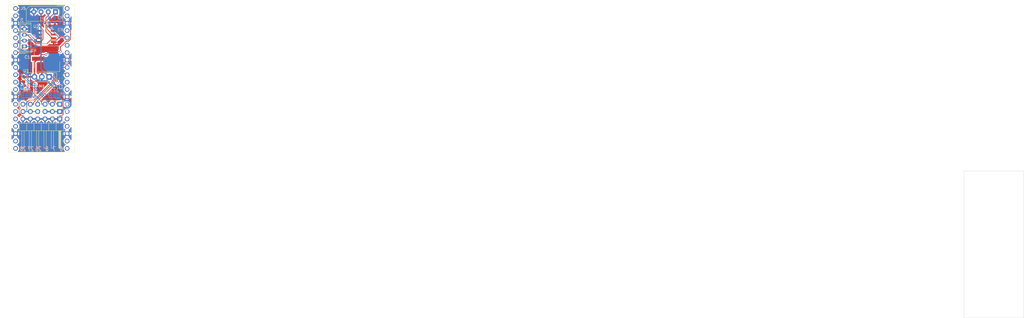
<source format=kicad_pcb>
(kicad_pcb (version 20221018) (generator pcbnew)
  (layers (0 "F.Cu" signal) (31 "B.Cu" signal) (34 "B.Paste" user) (35 "F.Paste" user) (36 "B.SilkS" user "B.Silkscreen") (37 "F.SilkS" user "F.Silkscreen") (38 "B.Mask" user) (39 "F.Mask" user) (44 "Edge.Cuts" user))
  (net 0 "")
  (net 1 "+5V")
  (net 2 "GND")
  (net 3 "+12V")
  (net 4 "+3.3V")
  (net 5 "/GP6")
  (net 6 "/GP7")
  (net 7 "/GP8")
  (net 8 "/GP26")
  (net 9 "/GP27")
  (net 10 "/GP28")
  (net 11 "Net-(J3-Pin_1)")
  (net 12 "Net-(J3-Pin_4)")
  (net 13 "/SDA")
  (net 14 "/SCL")
  (net 15 "/A")
  (net 16 "/B")
  (net 17 "/TX")
  (net 18 "/RX")
  (net 19 "/EN")
  (footprint "Connector_PinHeader_2.54mm:PinHeader_1x06_P2.54mm_Horizontal" (layer "F.Cu") (at 194.7022 148.5138 -90)
    (fp_text reference "J1" (at 4.385 -2.27 90) (layer "F.SilkS"))
    (fp_text value "GND")
    (fp_line (start -1.27 -1.27) (end 0 -1.27) (stroke (width 0.12)) (layer "F.SilkS"))
    (fp_line (start -1.27 0) (end -1.27 -1.27) (stroke (width 0.12)) (layer "F.SilkS"))
    (fp_line (start 1.042929 2.16) (end 1.44 2.16) (stroke (width 0.12)) (layer "F.SilkS"))
    (fp_line (start 1.042929 2.92) (end 1.44 2.92) (stroke (width 0.12)) (layer "F.SilkS"))
    (fp_line (start 1.042929 4.7) (end 1.44 4.7) (stroke (width 0.12)) (layer "F.SilkS"))
    (fp_line (start 1.042929 5.46) (end 1.44 5.46) (stroke (width 0.12)) (layer "F.SilkS"))
    (fp_line (start 1.042929 7.24) (end 1.44 7.24) (stroke (width 0.12)) (layer "F.SilkS"))
    (fp_line (start 1.042929 8) (end 1.44 8) (stroke (width 0.12)) (layer "F.SilkS"))
    (fp_line (start 1.042929 9.78) (end 1.44 9.78) (stroke (width 0.12)) (layer "F.SilkS"))
    (fp_line (start 1.042929 10.54) (end 1.44 10.54) (stroke (width 0.12)) (layer "F.SilkS"))
    (fp_line (start 1.042929 12.32) (end 1.44 12.32) (stroke (width 0.12)) (layer "F.SilkS"))
    (fp_line (start 1.042929 13.08) (end 1.44 13.08) (stroke (width 0.12)) (layer "F.SilkS"))
    (fp_line (start 1.11 -0.38) (end 1.44 -0.38) (stroke (width 0.12)) (layer "F.SilkS"))
    (fp_line (start 1.11 0.38) (end 1.44 0.38) (stroke (width 0.12)) (layer "F.SilkS"))
    (fp_line (start 1.44 -1.33) (end 1.44 14.03) (stroke (width 0.12)) (layer "F.SilkS"))
    (fp_line (start 1.44 1.27) (end 4.1 1.27) (stroke (width 0.12)) (layer "F.SilkS"))
    (fp_line (start 1.44 3.81) (end 4.1 3.81) (stroke (width 0.12)) (layer "F.SilkS"))
    (fp_line (start 1.44 6.35) (end 4.1 6.35) (stroke (width 0.12)) (layer "F.SilkS"))
    (fp_line (start 1.44 8.89) (end 4.1 8.89) (stroke (width 0.12)) (layer "F.SilkS"))
    (fp_line (start 1.44 11.43) (end 4.1 11.43) (stroke (width 0.12)) (layer "F.SilkS"))
    (fp_line (start 1.44 14.03) (end 4.1 14.03) (stroke (width 0.12)) (layer "F.SilkS"))
    (fp_line (start 4.1 -1.33) (end 1.44 -1.33) (stroke (width 0.12)) (layer "F.SilkS"))
    (fp_line (start 4.1 -0.38) (end 10.1 -0.38) (stroke (width 0.12)) (layer "F.SilkS"))
    (fp_line (start 4.1 -0.32) (end 10.1 -0.32) (stroke (width 0.12)) (layer "F.SilkS"))
    (fp_line (start 4.1 -0.2) (end 10.1 -0.2) (stroke (width 0.12)) (layer "F.SilkS"))
    (fp_line (start 4.1 -0.08) (end 10.1 -0.08) (stroke (width 0.12)) (layer "F.SilkS"))
    (fp_line (start 4.1 0.04) (end 10.1 0.04) (stroke (width 0.12)) (layer "F.SilkS"))
    (fp_line (start 4.1 0.16) (end 10.1 0.16) (stroke (width 0.12)) (layer "F.SilkS"))
    (fp_line (start 4.1 0.28) (end 10.1 0.28) (stroke (width 0.12)) (layer "F.SilkS"))
    (fp_line (start 4.1 2.16) (end 10.1 2.16) (stroke (width 0.12)) (layer "F.SilkS"))
    (fp_line (start 4.1 4.7) (end 10.1 4.7) (stroke (width 0.12)) (layer "F.SilkS"))
    (fp_line (start 4.1 7.24) (end 10.1 7.24) (stroke (width 0.12)) (layer "F.SilkS"))
    (fp_line (start 4.1 9.78) (end 10.1 9.78) (stroke (width 0.12)) (layer "F.SilkS"))
    (fp_line (start 4.1 12.32) (end 10.1 12.32) (stroke (width 0.12)) (layer "F.SilkS"))
    (fp_line (start 4.1 14.03) (end 4.1 -1.33) (stroke (width 0.12)) (layer "F.SilkS"))
    (fp_line (start 10.1 -0.38) (end 10.1 0.38) (stroke (width 0.12)) (layer "F.SilkS"))
    (fp_line (start 10.1 0.38) (end 4.1 0.38) (stroke (width 0.12)) (layer "F.SilkS"))
    (fp_line (start 10.1 2.16) (end 10.1 2.92) (stroke (width 0.12)) (layer "F.SilkS"))
    (fp_line (start 10.1 2.92) (end 4.1 2.92) (stroke (width 0.12)) (layer "F.SilkS"))
    (fp_line (start 10.1 4.7) (end 10.1 5.46) (stroke (width 0.12)) (layer "F.SilkS"))
    (fp_line (start 10.1 5.46) (end 4.1 5.46) (stroke (width 0.12)) (layer "F.SilkS"))
    (fp_line (start 10.1 7.24) (end 10.1 8) (stroke (width 0.12)) (layer "F.SilkS"))
    (fp_line (start 10.1 8) (end 4.1 8) (stroke (width 0.12)) (layer "F.SilkS"))
    (fp_line (start 10.1 9.78) (end 10.1 10.54) (stroke (width 0.12)) (layer "F.SilkS"))
    (fp_line (start 10.1 10.54) (end 4.1 10.54) (stroke (width 0.12)) (layer "F.SilkS"))
    (fp_line (start 10.1 12.32) (end 10.1 13.08) (stroke (width 0.12)) (layer "F.SilkS"))
    (fp_line (start 10.1 13.08) (end 4.1 13.08) (stroke (width 0.12)) (layer "F.SilkS"))
    (pad "1" thru_hole rect (at 0 0 270) (size 1.7 1.7) (drill 1) (layers "*.Cu" "*.Mask") (net 2 "GND"))
    (pad "2" thru_hole oval (at 0 2.54 270) (size 1.7 1.7) (drill 1) (layers "*.Cu" "*.Mask") (net 2 "GND"))
    (pad "3" thru_hole oval (at 0 5.08 270) (size 1.7 1.7) (drill 1) (layers "*.Cu" "*.Mask") (net 2 "GND"))
    (pad "4" thru_hole oval (at 0 7.62 270) (size 1.7 1.7) (drill 1) (layers "*.Cu" "*.Mask") (net 2 "GND"))
    (pad "5" thru_hole oval (at 0 10.16 270) (size 1.7 1.7) (drill 1) (layers "*.Cu" "*.Mask") (net 2 "GND"))
    (pad "6" thru_hole oval (at 0 12.7 270) (size 1.7 1.7) (drill 1) (layers "*.Cu" "*.Mask") (net 2 "GND"))
  )
  (footprint "Connector_PinHeader_2.54mm:PinHeader_1x06_P2.54mm_Vertical" (layer "F.Cu") (at 194.7022 145.9738 -90)
    (fp_text reference "J3" (at 0 -2.33 90) (layer "F.SilkS"))
    (fp_text value "VCC")
    (fp_line (start -1.33 -1.33) (end 0 -1.33) (stroke (width 0.12)) (layer "F.SilkS"))
    (fp_line (start -1.33 0) (end -1.33 -1.33) (stroke (width 0.12)) (layer "F.SilkS"))
    (fp_line (start -1.33 1.27) (end -1.33 14.03) (stroke (width 0.12)) (layer "F.SilkS"))
    (fp_line (start -1.33 1.27) (end 1.33 1.27) (stroke (width 0.12)) (layer "F.SilkS"))
    (fp_line (start -1.33 14.03) (end 1.33 14.03) (stroke (width 0.12)) (layer "F.SilkS"))
    (fp_line (start 1.33 1.27) (end 1.33 14.03) (stroke (width 0.12)) (layer "F.SilkS"))
    (pad "1" thru_hole rect (at 0 0 270) (size 1.7 1.7) (drill 1) (layers "*.Cu" "*.Mask") (net 11 "Net-(J3-Pin_1)"))
    (pad "2" thru_hole oval (at 0 2.54 270) (size 1.7 1.7) (drill 1) (layers "*.Cu" "*.Mask") (net 11 "Net-(J3-Pin_1)"))
    (pad "3" thru_hole oval (at 0 5.08 270) (size 1.7 1.7) (drill 1) (layers "*.Cu" "*.Mask") (net 11 "Net-(J3-Pin_1)"))
    (pad "4" thru_hole oval (at 0 7.62 270) (size 1.7 1.7) (drill 1) (layers "*.Cu" "*.Mask") (net 12 "Net-(J3-Pin_4)"))
    (pad "5" thru_hole oval (at 0 10.16 270) (size 1.7 1.7) (drill 1) (layers "*.Cu" "*.Mask") (net 12 "Net-(J3-Pin_4)"))
    (pad "6" thru_hole oval (at 0 12.7 270) (size 1.7 1.7) (drill 1) (layers "*.Cu" "*.Mask") (net 12 "Net-(J3-Pin_4)"))
  )
  (footprint "Capacitor_SMD:C_0603_1608Metric_Pad1.08x0.95mm_HandSolder" (layer "F.Cu") (at 182.2562 134.8497 -90)
    (fp_text reference "C3" (at 2.6405 0.4064 90) (layer "F.SilkS"))
    (fp_text value "100n")
    (fp_line (start -0.146267 -0.51) (end 0.146267 -0.51) (stroke (width 0.12)) (layer "F.SilkS"))
    (fp_line (start -0.146267 0.51) (end 0.146267 0.51) (stroke (width 0.12)) (layer "F.SilkS"))
    (pad "1" smd roundrect (at -0.8625 0 270) (size 1.075 0.95) (layers "F.Cu" "F.Paste" "F.Mask") (net 1 "+5V"))
    (pad "2" smd roundrect (at 0.8625 0 270) (size 1.075 0.95) (layers "F.Cu" "F.Paste" "F.Mask") (net 2 "GND"))
  )
  (footprint "Capacitor_SMD:C_0603_1608Metric_Pad1.08x0.95mm_HandSolder" (layer "F.Cu") (at 195.007 134.5449 -90)
    (fp_text reference "C2" (at 2.7929 -0.1016 90) (layer "F.SilkS"))
    (fp_text value "100n")
    (fp_line (start -0.146267 -0.51) (end 0.146267 -0.51) (stroke (width 0.12)) (layer "F.SilkS"))
    (fp_line (start -0.146267 0.51) (end 0.146267 0.51) (stroke (width 0.12)) (layer "F.SilkS"))
    (pad "1" smd roundrect (at -0.8625 0 270) (size 1.075 0.95) (layers "F.Cu" "F.Paste" "F.Mask") (net 3 "+12V"))
    (pad "2" smd roundrect (at 0.8625 0 270) (size 1.075 0.95) (layers "F.Cu" "F.Paste" "F.Mask") (net 2 "GND"))
  )
  (footprint "Connector_Molex:Molex_SPOX_5267-04A_1x04_P2.50mm_Vertical" (layer "F.Cu") (at 193.229 111.5822 180)
    (fp_text reference "J5" (at 11.1252 1.2192) (layer "F.SilkS"))
    (fp_text value "molex")
    (fp_line (start -2.86 -0.2) (end -2.86 2.21) (stroke (width 0.12)) (layer "F.SilkS"))
    (fp_line (start -2.86 2.21) (end -0.45 2.21) (stroke (width 0.12)) (layer "F.SilkS"))
    (fp_line (start -2.56 -3.21) (end -2.56 1.91) (stroke (width 0.12)) (layer "F.SilkS"))
    (fp_line (start -2.56 1.91) (end 9.06 1.91) (stroke (width 0.12)) (layer "F.SilkS"))
    (fp_line (start 9.06 1.91) (end 10.06 0.91) (stroke (width 0.12)) (layer "F.SilkS"))
    (fp_line (start 10.06 -3.21) (end -2.56 -3.21) (stroke (width 0.12)) (layer "F.SilkS"))
    (fp_line (start 10.06 0.91) (end 10.06 -3.21) (stroke (width 0.12)) (layer "F.SilkS"))
    (pad "1" thru_hole roundrect (at 0 0 180) (size 1.7 1.85) (drill 0.85) (layers "*.Cu" "*.Mask") (roundrect_rratio 0.147059) (net 16 "/B"))
    (pad "2" thru_hole oval (at 2.5 0 180) (size 1.7 1.85) (drill 0.85) (layers "*.Cu" "*.Mask") (net 15 "/A"))
    (pad "3" thru_hole oval (at 5 0 180) (size 1.7 1.85) (drill 0.85) (layers "*.Cu" "*.Mask") (net 3 "+12V"))
    (pad "4" thru_hole oval (at 7.5 0 180) (size 1.7 1.85) (drill 0.85) (layers "*.Cu" "*.Mask") (net 2 "GND"))
  )
  (footprint "fab:CP_Elec_D8.0mm" (layer "F.Cu") (at 190.333 127.7366)
    (fp_text reference "C1" (at -6.8068 -0.5588) (layer "F.SilkS"))
    (fp_text value "470u")
    (fp_line (start -6 -2.6) (end -4.8 -2.6) (stroke (width 0.12)) (layer "F.SilkS"))
    (fp_line (start -5.4 -3.2) (end -5.4 -2) (stroke (width 0.12)) (layer "F.SilkS"))
    (fp_line (start -4.4 -3.2) (end -4.4 -1) (stroke (width 0.12)) (layer "F.SilkS"))
    (fp_line (start -4.4 3.2) (end -4.4 1) (stroke (width 0.12)) (layer "F.SilkS"))
    (fp_line (start -3.2 -4.4) (end 4.4 -4.4) (stroke (width 0.12)) (layer "F.SilkS"))
    (fp_line (start -3.2 4.4) (end 4.4 4.4) (stroke (width 0.12)) (layer "F.SilkS"))
    (fp_line (start 4.4 -4.4) (end 4.4 -1) (stroke (width 0.12)) (layer "F.SilkS"))
    (fp_line (start 4.4 4.4) (end 4.4 1) (stroke (width 0.12)) (layer "F.SilkS"))
    (pad "1" smd rect (at -3.2 0) (size 4 1.4) (layers "F.Cu" "F.Paste" "F.Mask") (net 1 "+5V"))
    (pad "2" smd rect (at 3.2 0) (size 4 1.4) (layers "F.Cu" "F.Paste" "F.Mask") (net 2 "GND"))
  )
  (footprint "Connector_Molex:Molex_Micro-Latch_53253-0470_1x04_P2.00mm_Vertical" (layer "F.Cu") (at 182.5102 123.4882 90)
    (fp_text reference "J4" (at 9.0612 -0.9144 90) (layer "F.SilkS"))
    (fp_text value "grove")
    (fp_line (start -2.41 -1.91) (end -2.41 0.39) (stroke (width 0.12)) (layer "F.SilkS"))
    (fp_line (start -2.11 -1.61) (end -2.11 2.26) (stroke (width 0.12)) (layer "F.SilkS"))
    (fp_line (start -2.11 0.8) (end -1.71 0.8) (stroke (width 0.12)) (layer "F.SilkS"))
    (fp_line (start -2.11 2.26) (end 8.11 2.26) (stroke (width 0.12)) (layer "F.SilkS"))
    (fp_line (start -1.71 -1.21) (end -1.71 0) (stroke (width 0.12)) (layer "F.SilkS"))
    (fp_line (start -1.71 0) (end -1.31 0) (stroke (width 0.12)) (layer "F.SilkS"))
    (fp_line (start -1.71 0.4) (end -1.71 2.26) (stroke (width 0.12)) (layer "F.SilkS"))
    (fp_line (start -1.31 0) (end -1.31 0.4) (stroke (width 0.12)) (layer "F.SilkS"))
    (fp_line (start -1.31 0.4) (end -1.71 0.4) (stroke (width 0.12)) (layer "F.SilkS"))
    (fp_line (start -0.11 -1.91) (end -2.41 -1.91) (stroke (width 0.12)) (layer "F.SilkS"))
    (fp_line (start 3 -1.21) (end -1.71 -1.21) (stroke (width 0.12)) (layer "F.SilkS"))
    (fp_line (start 3 -1.21) (end 7.71 -1.21) (stroke (width 0.12)) (layer "F.SilkS"))
    (fp_line (start 7.31 0) (end 7.31 0.4) (stroke (width 0.12)) (layer "F.SilkS"))
    (fp_line (start 7.31 0.4) (end 7.71 0.4) (stroke (width 0.12)) (layer "F.SilkS"))
    (fp_line (start 7.71 -1.21) (end 7.71 0) (stroke (width 0.12)) (layer "F.SilkS"))
    (fp_line (start 7.71 0) (end 7.31 0) (stroke (width 0.12)) (layer "F.SilkS"))
    (fp_line (start 7.71 0.4) (end 7.71 2.26) (stroke (width 0.12)) (layer "F.SilkS"))
    (fp_line (start 8.11 -1.61) (end -2.11 -1.61) (stroke (width 0.12)) (layer "F.SilkS"))
    (fp_line (start 8.11 0.8) (end 7.71 0.8) (stroke (width 0.12)) (layer "F.SilkS"))
    (fp_line (start 8.11 2.26) (end 8.11 -1.61) (stroke (width 0.12)) (layer "F.SilkS"))
    (pad "1" thru_hole roundrect (at 0 0 90) (size 1.2 1.8) (drill 0.8) (layers "*.Cu" "*.Mask") (roundrect_rratio 0.208333) (net 14 "/SCL"))
    (pad "2" thru_hole oval (at 2 0 90) (size 1.2 1.8) (drill 0.8) (layers "*.Cu" "*.Mask") (net 13 "/SDA"))
    (pad "3" thru_hole oval (at 4 0 90) (size 1.2 1.8) (drill 0.8) (layers "*.Cu" "*.Mask") (net 4 "+3.3V"))
    (pad "4" thru_hole oval (at 6 0 90) (size 1.2 1.8) (drill 0.8) (layers "*.Cu" "*.Mask") (net 2 "GND"))
  )
  (footprint "fab:RaspberryPi_PicoW_SocketTHT" (layer "F.Cu") (at 188.3522 134.5438)
    (fp_text reference "M1" (at 0.1524 2.7112 unlocked) (layer "F.SilkS"))
    (fp_text value "Module_RaspberryPi_PicoW_SocketTHT")
    (fp_line (start -11.43 -25.4) (end -11.43 25.4) (stroke (width 0.12)) (layer "F.SilkS"))
    (fp_line (start -11.43 25.4) (end -11.43 25.4) (stroke (width 0.12)) (layer "F.SilkS"))
    (fp_line (start -11.43 25.4) (end 11.43 25.4) (stroke (width 0.12)) (layer "F.SilkS"))
    (fp_line (start -4 -27) (end 4 -27) (stroke (width 0.12)) (layer "F.SilkS"))
    (fp_line (start -4 -25.4) (end -4 -27) (stroke (width 0.12)) (layer "F.SilkS"))
    (fp_line (start 4 -27) (end 4 -25.4) (stroke (width 0.12)) (layer "F.SilkS"))
    (fp_line (start 8.89 -25.4) (end -11.43 -25.4) (stroke (width 0.12)) (layer "F.SilkS"))
    (fp_line (start 11.43 -25.4) (end 8.89 -25.4) (stroke (width 0.12)) (layer "F.SilkS"))
    (fp_line (start 11.43 25.4) (end 11.43 -25.4) (stroke (width 0.12)) (layer "F.SilkS"))
    (fp_line (start 11.43 25.4) (end 11.43 25.4) (stroke (width 0.12)) (layer "F.SilkS"))
    (pad "1" thru_hole circle (at -8.89 -24.13) (size 1.6 1.6) (drill 1) (layers "*.Cu" "*.Mask") (net 17 "/TX"))
    (pad "2" thru_hole circle (at -8.89 -21.59) (size 1.6 1.6) (drill 1) (layers "*.Cu" "*.Mask") (net 18 "/RX"))
    (pad "3" thru_hole circle (at -8.89 -19.05) (size 1.6 1.6) (drill 1) (layers "*.Cu" "*.Mask") (net 2 "GND"))
    (pad "4" thru_hole circle (at -8.89 -16.51) (size 1.6 1.6) (drill 1) (layers "*.Cu" "*.Mask") (net 19 "/EN"))
    (pad "5" thru_hole circle (at -8.89 -13.97) (size 1.6 1.6) (drill 1) (layers "*.Cu" "*.Mask"))
    (pad "6" thru_hole circle (at -8.89 -11.43) (size 1.6 1.6) (drill 1) (layers "*.Cu" "*.Mask") (net 13 "/SDA"))
    (pad "7" thru_hole circle (at -8.89 -8.89) (size 1.6 1.6) (drill 1) (layers "*.Cu" "*.Mask") (net 14 "/SCL"))
    (pad "8" thru_hole circle (at -8.89 -6.35) (size 1.6 1.6) (drill 1) (layers "*.Cu" "*.Mask") (net 2 "GND"))
    (pad "9" thru_hole circle (at -8.89 -3.81) (size 1.6 1.6) (drill 1) (layers "*.Cu" "*.Mask") (net 5 "/GP6"))
    (pad "10" thru_hole circle (at -8.89 -1.27) (size 1.6 1.6) (drill 1) (layers "*.Cu" "*.Mask") (net 6 "/GP7"))
    (pad "11" thru_hole circle (at -8.89 1.27) (size 1.6 1.6) (drill 1) (layers "*.Cu" "*.Mask") (net 7 "/GP8"))
    (pad "12" thru_hole circle (at -8.89 3.81) (size 1.6 1.6) (drill 1) (layers "*.Cu" "*.Mask"))
    (pad "13" thru_hole circle (at -8.89 6.35) (size 1.6 1.6) (drill 1) (layers "*.Cu" "*.Mask") (net 2 "GND"))
    (pad "14" thru_hole circle (at -8.89 8.89) (size 1.6 1.6) (drill 1) (layers "*.Cu" "*.Mask"))
    (pad "15" thru_hole circle (at -8.89 11.43) (size 1.6 1.6) (drill 1) (layers "*.Cu" "*.Mask"))
    (pad "16" thru_hole circle (at -8.89 13.97) (size 1.6 1.6) (drill 1) (layers "*.Cu" "*.Mask"))
    (pad "17" thru_hole circle (at -8.89 16.51) (size 1.6 1.6) (drill 1) (layers "*.Cu" "*.Mask"))
    (pad "18" thru_hole circle (at -8.89 19.05) (size 1.6 1.6) (drill 1) (layers "*.Cu" "*.Mask") (net 2 "GND"))
    (pad "19" thru_hole circle (at -8.89 21.59) (size 1.6 1.6) (drill 1) (layers "*.Cu" "*.Mask"))
    (pad "20" thru_hole circle (at -8.89 24.13) (size 1.6 1.6) (drill 1) (layers "*.Cu" "*.Mask"))
    (pad "21" thru_hole circle (at 8.89 24.13) (size 1.6 1.6) (drill 1) (layers "*.Cu" "*.Mask"))
    (pad "22" thru_hole circle (at 8.89 21.59) (size 1.6 1.6) (drill 1) (layers "*.Cu" "*.Mask"))
    (pad "23" thru_hole circle (at 8.89 19.05) (size 1.6 1.6) (drill 1) (layers "*.Cu" "*.Mask") (net 2 "GND"))
    (pad "24" thru_hole circle (at 8.89 16.51) (size 1.6 1.6) (drill 1) (layers "*.Cu" "*.Mask"))
    (pad "25" thru_hole circle (at 8.89 13.97) (size 1.6 1.6) (drill 1) (layers "*.Cu" "*.Mask"))
    (pad "26" thru_hole circle (at 8.89 11.43) (size 1.6 1.6) (drill 1) (layers "*.Cu" "*.Mask"))
    (pad "27" thru_hole circle (at 8.89 8.89) (size 1.6 1.6) (drill 1) (layers "*.Cu" "*.Mask"))
    (pad "28" thru_hole circle (at 8.89 6.35) (size 1.6 1.6) (drill 1) (layers "*.Cu" "*.Mask") (net 2 "GND"))
    (pad "29" thru_hole circle (at 8.89 3.81) (size 1.6 1.6) (drill 1) (layers "*.Cu" "*.Mask"))
    (pad "30" thru_hole circle (at 8.89 1.27) (size 1.6 1.6) (drill 1) (layers "*.Cu" "*.Mask"))
    (pad "31" thru_hole circle (at 8.89 -1.27) (size 1.6 1.6) (drill 1) (layers "*.Cu" "*.Mask") (net 8 "/GP26"))
    (pad "32" thru_hole circle (at 8.89 -3.81) (size 1.6 1.6) (drill 1) (layers "*.Cu" "*.Mask") (net 9 "/GP27"))
    (pad "33" thru_hole circle (at 8.89 -6.35) (size 1.6 1.6) (drill 1) (layers "*.Cu" "*.Mask") (net 2 "GND"))
    (pad "34" thru_hole circle (at 8.89 -8.89) (size 1.6 1.6) (drill 1) (layers "*.Cu" "*.Mask") (net 10 "/GP28"))
    (pad "35" thru_hole circle (at 8.89 -11.43) (size 1.6 1.6) (drill 1) (layers "*.Cu" "*.Mask"))
    (pad "36" thru_hole circle (at 8.89 -13.97) (size 1.6 1.6) (drill 1) (layers "*.Cu" "*.Mask") (net 4 "+3.3V"))
    (pad "37" thru_hole circle (at 8.89 -16.51) (size 1.6 1.6) (drill 1) (layers "*.Cu" "*.Mask"))
    (pad "38" thru_hole circle (at 8.89 -19.05) (size 1.6 1.6) (drill 1) (layers "*.Cu" "*.Mask") (net 2 "GND"))
    (pad "39" thru_hole circle (at 8.89 -21.59) (size 1.6 1.6) (drill 1) (layers "*.Cu" "*.Mask") (net 1 "+5V"))
    (pad "40" thru_hole circle (at 8.89 -24.13) (size 1.6 1.6) (drill 1) (layers "*.Cu" "*.Mask"))
  )
  (footprint "Package_TO_SOT_THT:TO-220-3_Vertical" (layer "F.Cu") (at 191.0446 133.985 180)
    (fp_text reference "U1" (at 7.9248 2.0828) (layer "F.SilkS"))
    (fp_text value "LM7805_TO220")
    (fp_line (start -2.58 -3.27) (end -2.58 1.371) (stroke (width 0.12)) (layer "F.SilkS"))
    (fp_line (start -2.58 -3.27) (end 7.66 -3.27) (stroke (width 0.12)) (layer "F.SilkS"))
    (fp_line (start -2.58 -1.76) (end 7.66 -1.76) (stroke (width 0.12)) (layer "F.SilkS"))
    (fp_line (start -2.58 1.371) (end 7.66 1.371) (stroke (width 0.12)) (layer "F.SilkS"))
    (fp_line (start 0.69 -3.27) (end 0.69 -1.76) (stroke (width 0.12)) (layer "F.SilkS"))
    (fp_line (start 4.391 -3.27) (end 4.391 -1.76) (stroke (width 0.12)) (layer "F.SilkS"))
    (fp_line (start 7.66 -3.27) (end 7.66 1.371) (stroke (width 0.12)) (layer "F.SilkS"))
    (pad "1" thru_hole rect (at 0 0 180) (size 1.905 2) (drill 1.1) (layers "*.Cu" "*.Mask") (net 3 "+12V"))
    (pad "2" thru_hole oval (at 2.54 0 180) (size 1.905 2) (drill 1.1) (layers "*.Cu" "*.Mask") (net 2 "GND"))
    (pad "3" thru_hole oval (at 5.08 0 180) (size 1.905 2) (drill 1.1) (layers "*.Cu" "*.Mask") (net 1 "+5V"))
  )
  (footprint "Connector_PinHeader_2.54mm:PinHeader_1x06_P2.54mm_Vertical" (layer "F.Cu") (at 194.7022 143.4338 -90)
    (fp_text reference "J2" (at 0 -2.33 90) (layer "F.SilkS"))
    (fp_text value "signals")
    (fp_line (start -1.33 -1.33) (end 0 -1.33) (stroke (width 0.12)) (layer "F.SilkS"))
    (fp_line (start -1.33 0) (end -1.33 -1.33) (stroke (width 0.12)) (layer "F.SilkS"))
    (fp_line (start -1.33 1.27) (end -1.33 14.03) (stroke (width 0.12)) (layer "F.SilkS"))
    (fp_line (start -1.33 1.27) (end 1.33 1.27) (stroke (width 0.12)) (layer "F.SilkS"))
    (fp_line (start -1.33 14.03) (end 1.33 14.03) (stroke (width 0.12)) (layer "F.SilkS"))
    (fp_line (start 1.33 1.27) (end 1.33 14.03) (stroke (width 0.12)) (layer "F.SilkS"))
    (pad "1" thru_hole rect (at 0 0 270) (size 1.7 1.7) (drill 1) (layers "*.Cu" "*.Mask") (net 5 "/GP6"))
    (pad "2" thru_hole oval (at 0 2.54 270) (size 1.7 1.7) (drill 1) (layers "*.Cu" "*.Mask") (net 6 "/GP7"))
    (pad "3" thru_hole oval (at 0 5.08 270) (size 1.7 1.7) (drill 1) (layers "*.Cu" "*.Mask") (net 7 "/GP8"))
    (pad "4" thru_hole oval (at 0 7.62 270) (size 1.7 1.7) (drill 1) (layers "*.Cu" "*.Mask") (net 8 "/GP26"))
    (pad "5" thru_hole oval (at 0 10.16 270) (size 1.7 1.7) (drill 1) (layers "*.Cu" "*.Mask") (net 9 "/GP27"))
    (pad "6" thru_hole oval (at 0 12.7 270) (size 1.7 1.7) (drill 1) (layers "*.Cu" "*.Mask") (net 10 "/GP28"))
  )
  (footprint "Package_SO:SOIC-8_3.9x4.9mm_P1.27mm" (layer "F.Cu") (at 190.0936 120.0404)
    (fp_text reference "U2" (at -3.5194 -3.4798) (layer "F.SilkS"))
    (fp_text value "MAX14783ExS")
    (fp_line (start 0 -2.56) (end -3.45 -2.56) (stroke (width 0.12)) (layer "F.SilkS"))
    (fp_line (start 0 -2.56) (end 1.95 -2.56) (stroke (width 0.12)) (layer "F.SilkS"))
    (fp_line (start 0 2.56) (end -1.95 2.56) (stroke (width 0.12)) (layer "F.SilkS"))
    (fp_line (start 0 2.56) (end 1.95 2.56) (stroke (width 0.12)) (layer "F.SilkS"))
    (pad "1" smd roundrect (at -2.475 -1.905) (size 1.95 0.6) (layers "F.Cu" "F.Paste" "F.Mask") (net 18 "/RX"))
    (pad "2" smd roundrect (at -2.475 -0.635) (size 1.95 0.6) (layers "F.Cu" "F.Paste" "F.Mask") (net 19 "/EN"))
    (pad "3" smd roundrect (at -2.475 0.635) (size 1.95 0.6) (layers "F.Cu" "F.Paste" "F.Mask") (net 19 "/EN"))
    (pad "4" smd roundrect (at -2.475 1.905) (size 1.95 0.6) (layers "F.Cu" "F.Paste" "F.Mask") (net 17 "/TX"))
    (pad "5" smd roundrect (at 2.475 1.905) (size 1.95 0.6) (layers "F.Cu" "F.Paste" "F.Mask") (net 2 "GND"))
    (pad "6" smd roundrect (at 2.475 0.635) (size 1.95 0.6) (layers "F.Cu" "F.Paste" "F.Mask") (net 15 "/A"))
    (pad "7" smd roundrect (at 2.475 -0.635) (size 1.95 0.6) (layers "F.Cu" "F.Paste" "F.Mask") (net 16 "/B"))
    (pad "8" smd roundrect (at 2.475 -1.905) (size 1.95 0.6) (layers "F.Cu" "F.Paste" "F.Mask") (net 4 "+3.3V"))
  )
  (footprint "Capacitor_SMD:C_0603_1608Metric_Pad1.08x0.95mm_HandSolder" (layer "F.Cu") (at 192.1125 116.3066)
    (fp_text reference "C4" (at -2.3379 -0.5588) (layer "F.SilkS"))
    (fp_text value "100n")
    (fp_line (start -0.146267 -0.51) (end 0.146267 -0.51) (stroke (width 0.12)) (layer "F.SilkS"))
    (fp_line (start -0.146267 0.51) (end 0.146267 0.51) (stroke (width 0.12)) (layer "F.SilkS"))
    (pad "1" smd roundrect (at -0.8625 0) (size 1.075 0.95) (layers "F.Cu" "F.Paste" "F.Mask") (net 4 "+3.3V"))
    (pad "2" smd roundrect (at 0.8625 0) (size 1.075 0.95) (layers "F.Cu" "F.Paste" "F.Mask") (net 2 "GND"))
  )
  (footprint "Resistor_SMD:R_0603_1608Metric_Pad0.98x0.95mm_HandSolder" (layer "B.Cu") (at 185.4547 121.4374 180)
    (fp_text reference "R4" (at 0 1.43) (layer "B.SilkS") (effects (justify mirror)))
    (fp_text value "4k7")
    (fp_line (start -0.254724 -0.5225) (end 0.254724 -0.5225) (stroke (width 0.12)) (layer "B.SilkS"))
    (fp_line (start -0.254724 0.5225) (end 0.254724 0.5225) (stroke (width 0.12)) (layer "B.SilkS"))
    (pad "1" smd roundrect (at -0.9125 0 180) (size 0.975 0.95) (layers "B.Cu" "B.Paste" "B.Mask") (net 4 "+3.3V"))
    (pad "2" smd roundrect (at 0.9125 0 180) (size 0.975 0.95) (layers "B.Cu" "B.Paste" "B.Mask") (net 13 "/SDA"))
  )
  (footprint "Resistor_SMD:R_0603_1608Metric_Pad0.98x0.95mm_HandSolder" (layer "B.Cu") (at 185.4547 123.4694 180)
    (fp_text reference "R5" (at -0.2559 -1.4732) (layer "B.SilkS") (effects (justify mirror)))
    (fp_text value "4k7")
    (fp_line (start -0.254724 -0.5225) (end 0.254724 -0.5225) (stroke (width 0.12)) (layer "B.SilkS"))
    (fp_line (start -0.254724 0.5225) (end 0.254724 0.5225) (stroke (width 0.12)) (layer "B.SilkS"))
    (pad "1" smd roundrect (at -0.9125 0 180) (size 0.975 0.95) (layers "B.Cu" "B.Paste" "B.Mask") (net 4 "+3.3V"))
    (pad "2" smd roundrect (at 0.9125 0 180) (size 0.975 0.95) (layers "B.Cu" "B.Paste" "B.Mask") (net 14 "/SCL"))
  )
  (footprint "Resistor_SMD:R_0603_1608Metric_Pad0.98x0.95mm_HandSolder" (layer "B.Cu") (at 193.8913 115.189)
    (fp_text reference "R3" (at 1.0141 2.54) (layer "B.SilkS") (effects (justify mirror)))
    (fp_text value "R")
    (fp_line (start -0.254724 -0.5225) (end 0.254724 -0.5225) (stroke (width 0.12)) (layer "B.SilkS"))
    (fp_line (start -0.254724 0.5225) (end 0.254724 0.5225) (stroke (width 0.12)) (layer "B.SilkS"))
    (pad "1" smd roundrect (at -0.9125 0) (size 0.975 0.95) (layers "B.Cu" "B.Paste" "B.Mask") (net 16 "/B"))
    (pad "2" smd roundrect (at 0.9125 0) (size 0.975 0.95) (layers "B.Cu" "B.Paste" "B.Mask") (net 2 "GND"))
  )
  (footprint "Jumper:SolderJumper-3_P1.3mm_Bridged2Bar12_RoundedPad1.0x1.5mm_NumberLabels" (layer "B.Cu") (at 192.8734 140.2334 180)
    (fp_text reference "123" (at 0 1.8) (layer "B.SilkS") (effects (justify mirror)))
    (fp_text value "5V 3.3V")
    (fp_text user "5v" (at -2.9464 0.6096) (layer "B.SilkS") (effects (justify mirror)))
    (fp_text user "3v" (at 3.2004 0.762) (layer "B.SilkS") (effects (justify mirror)))
    (fp_poly (pts (xy -0.9 -0.2) (xy -0.4 -0.2) (xy -0.4 -0.6) (xy -0.9 -0.6)) (fill solid) (layer "B.Cu"))
    (fp_poly (pts (xy -0.9 0.6) (xy -0.4 0.6) (xy -0.4 0.2) (xy -0.9 0.2)) (fill solid) (layer "B.Cu"))
    (fp_line (start -2.05 -0.3) (end -2.05 0.3) (stroke (width 0.12)) (layer "B.SilkS"))
    (fp_line (start -1.4 1) (end 1.4 1) (stroke (width 0.12)) (layer "B.SilkS"))
    (fp_line (start 1.4 -1) (end -1.4 -1) (stroke (width 0.12)) (layer "B.SilkS"))
    (fp_line (start 2.05 0.3) (end 2.05 -0.3) (stroke (width 0.12)) (layer "B.SilkS"))
    (fp_arc (start -2.05 -0.3) (mid -1.844975 -0.794975) (end -1.35 -1) (stroke (width 0.12)) (layer "B.SilkS"))
    (fp_arc (start -1.35 1) (mid -1.844975 0.794975) (end -2.05 0.3) (stroke (width 0.12)) (layer "B.SilkS"))
    (fp_arc (start 1.35 -1) (mid 1.844975 -0.794975) (end 2.05 -0.3) (stroke (width 0.12)) (layer "B.SilkS"))
    (fp_arc (start 2.05 0.3) (mid 1.844975 0.794975) (end 1.35 1) (stroke (width 0.12)) (layer "B.SilkS"))
    (pad "1" smd custom (at -1.3 0 180) (size 1 0.5) (layers "B.Cu" "B.Mask") (net 1 "+5V") (options (clearance outline) (anchor rect)) (primitives (gr_circle (center 0 -0.25) (end 0.5 -0.25) (width 0) (fill yes)) (gr_circle (center 0 0.25) (end 0.5 0.25) (width 0) (fill yes)) (gr_poly (pts (xy 0.55 -0.75) (xy 0 -0.75) (xy 0 0.75) (xy 0.55 0.75)) (width 0) (fill yes))))
    (pad "2" smd rect (at 0 0 180) (size 1 1.5) (layers "B.Cu" "B.Mask") (net 11 "Net-(J3-Pin_1)"))
    (pad "3" smd custom (at 1.3 0 180) (size 1 0.5) (layers "B.Cu" "B.Mask") (net 4 "+3.3V") (options (clearance outline) (anchor rect)) (primitives (gr_circle (center 0 -0.25) (end 0.5 -0.25) (width 0) (fill yes)) (gr_circle (center 0 0.25) (end 0.5 0.25) (width 0) (fill yes)) (gr_poly (pts (xy 0 -0.75) (xy -0.55 -0.75) (xy -0.55 0.75) (xy 0 0.75)) (width 0) (fill yes))))
  )
  (footprint "Resistor_SMD:R_0603_1608Metric_Pad0.98x0.95mm_HandSolder" (layer "B.Cu") (at 192.1133 113.7666)
    (fp_text reference "R2" (at 2.6905 -0.1524) (layer "B.SilkS") (effects (justify mirror)))
    (fp_text value "R")
    (fp_line (start -0.254724 -0.5225) (end 0.254724 -0.5225) (stroke (width 0.12)) (layer "B.SilkS"))
    (fp_line (start -0.254724 0.5225) (end 0.254724 0.5225) (stroke (width 0.12)) (layer "B.SilkS"))
    (pad "1" smd roundrect (at -0.9125 0) (size 0.975 0.95) (layers "B.Cu" "B.Paste" "B.Mask") (net 15 "/A"))
    (pad "2" smd roundrect (at 0.9125 0) (size 0.975 0.95) (layers "B.Cu" "B.Paste" "B.Mask") (net 16 "/B"))
  )
  (footprint "Jumper:SolderJumper-3_P1.3mm_Bridged2Bar12_RoundedPad1.0x1.5mm_NumberLabels" (layer "B.Cu") (at 183.3738 140.1826 180)
    (fp_text reference "456" (at 0 1.8) (layer "B.SilkS") (effects (justify mirror)))
    (fp_text value "5V 3.3V")
    (fp_text user "3v" (at -3.048 0.7112) (layer "B.SilkS") (effects (justify mirror)))
    (fp_text user "5v" (at 2.9464 0.6604) (layer "B.SilkS") (effects (justify mirror)))
    (fp_poly (pts (xy -0.9 -0.2) (xy -0.4 -0.2) (xy -0.4 -0.6) (xy -0.9 -0.6)) (fill solid) (layer "B.Cu"))
    (fp_poly (pts (xy -0.9 0.6) (xy -0.4 0.6) (xy -0.4 0.2) (xy -0.9 0.2)) (fill solid) (layer "B.Cu"))
    (fp_line (start -2.05 -0.3) (end -2.05 0.3) (stroke (width 0.12)) (layer "B.SilkS"))
    (fp_line (start -1.4 1) (end 1.4 1) (stroke (width 0.12)) (layer "B.SilkS"))
    (fp_line (start 1.4 -1) (end -1.4 -1) (stroke (width 0.12)) (layer "B.SilkS"))
    (fp_line (start 2.05 0.3) (end 2.05 -0.3) (stroke (width 0.12)) (layer "B.SilkS"))
    (fp_arc (start -2.05 -0.3) (mid -1.844975 -0.794975) (end -1.35 -1) (stroke (width 0.12)) (layer "B.SilkS"))
    (fp_arc (start -1.35 1) (mid -1.844975 0.794975) (end -2.05 0.3) (stroke (width 0.12)) (layer "B.SilkS"))
    (fp_arc (start 1.35 -1) (mid 1.844975 -0.794975) (end 2.05 -0.3) (stroke (width 0.12)) (layer "B.SilkS"))
    (fp_arc (start 2.05 0.3) (mid 1.844975 0.794975) (end 1.35 1) (stroke (width 0.12)) (layer "B.SilkS"))
    (pad "1" smd custom (at -1.3 0 180) (size 1 0.5) (layers "B.Cu" "B.Mask") (net 4 "+3.3V") (options (clearance outline) (anchor rect)) (primitives (gr_circle (center 0 -0.25) (end 0.5 -0.25) (width 0) (fill yes)) (gr_circle (center 0 0.25) (end 0.5 0.25) (width 0) (fill yes)) (gr_poly (pts (xy 0.55 -0.75) (xy 0 -0.75) (xy 0 0.75) (xy 0.55 0.75)) (width 0) (fill yes))))
    (pad "2" smd rect (at 0 0 180) (size 1 1.5) (layers "B.Cu" "B.Mask") (net 12 "Net-(J3-Pin_4)"))
    (pad "3" smd custom (at 1.3 0 180) (size 1 0.5) (layers "B.Cu" "B.Mask") (net 1 "+5V") (options (clearance outline) (anchor rect)) (primitives (gr_circle (center 0 -0.25) (end 0.5 -0.25) (width 0) (fill yes)) (gr_circle (center 0 0.25) (end 0.5 0.25) (width 0) (fill yes)) (gr_poly (pts (xy 0 -0.75) (xy -0.55 -0.75) (xy -0.55 0.75) (xy 0 0.75)) (width 0) (fill yes))))
  )
  (footprint "Resistor_SMD:R_0603_1608Metric_Pad0.98x0.95mm_HandSolder" (layer "B.Cu") (at 190.2299 115.2906)
    (fp_text reference "R1" (at -1.6745 -1.27) (layer "B.SilkS") (effects (justify mirror)))
    (fp_text value "R")
    (fp_line (start -0.254724 -0.5225) (end 0.254724 -0.5225) (stroke (width 0.12)) (layer "B.SilkS"))
    (fp_line (start -0.254724 0.5225) (end 0.254724 0.5225) (stroke (width 0.12)) (layer "B.SilkS"))
    (pad "1" smd roundrect (at -0.9125 0) (size 0.975 0.95) (layers "B.Cu" "B.Paste" "B.Mask") (net 4 "+3.3V"))
    (pad "2" smd roundrect (at 0.9125 0) (size 0.975 0.95) (layers "B.Cu" "B.Paste" "B.Mask") (net 15 "/A"))
  )
  (gr_rect (start 506.6284 166.4716) (end 527.304 217.17) (stroke (width 0.1)) (fill none) (layer "Edge.Cuts"))
  (gr_text "6  7  8  26 27 28 " (at 195.8706 159.7406) (layer "B.SilkS") (effects (font (size 1.5 1) (thickness 0.25) bold) (justify left bottom mirror)))
  (segment (start 182.2582 133.9848) (end 183.7587 133.9848) (width 0.5) (layer "F.Cu") (net 1))
  (segment (start 187.133 127.7366) (end 187.1332 127.7368) (width 0.25) (layer "F.Cu") (net 1))
  (segment (start 182.2562 133.9868) (end 182.2582 133.9848) (width 0.5) (layer "F.Cu") (net 1))
  (segment (start 183.7587 137.5908) (end 183.143 138.2065) (width 0.25) (layer "F.Cu") (net 1))
  (segment (start 185.9642 133.9848) (end 185.9642 128.9048) (width 0.5) (layer "F.Cu") (net 1))
  (segment (start 198.3672 121.032678) (end 197.657678 121.7422) (width 0.25) (layer "F.Cu") (net 1))
  (segment (start 188.5554 126.3142) (end 187.133 127.7366) (width 0.25) (layer "F.Cu") (net 1))
  (segment (start 183.7587 133.9848) (end 183.7587 137.5908) (width 0.25) (layer "F.Cu") (net 1))
  (segment (start 197.657678 121.7422) (end 196.9294 121.7422) (width 0.25) (layer "F.Cu") (net 1))
  (segment (start 185.9646 133.985) (end 185.9644 133.985) (width 0.25) (layer "F.Cu") (net 1))
  (segment (start 183.7587 133.9848) (end 185.9642 133.9848) (width 0.5) (layer "F.Cu") (net 1))
  (segment (start 194.9562 123.7154) (end 194.9562 125.2474) (width 0.25) (layer "F.Cu") (net 1))
  (segment (start 198.3672 114.0788) (end 198.3672 121.032678) (width 0.25) (layer "F.Cu") (net 1))
  (segment (start 189.9778 126.3142) (end 188.5554 126.3142) (width 0.25) (layer "F.Cu") (net 1))
  (segment (start 185.9644 133.985) (end 185.9642 133.9848) (width 0.25) (layer "F.Cu") (net 1))
  (segment (start 196.9294 121.7422) (end 194.9562 123.7154) (width 0.25) (layer "F.Cu") (net 1))
  (segment (start 197.2422 112.9538) (end 198.3672 114.0788) (width 0.25) (layer "F.Cu") (net 1))
  (segment (start 185.9642 128.9048) (end 187.1332 127.7368) (width 0.5) (layer "F.Cu") (net 1))
  (segment (start 182.2562 133.9868) (end 182.2562 133.9872) (width 0.25) (layer "F.Cu") (net 1))
  (via (at 194.9562 125.2474) (size 0.8) (drill 0.4) (layers "F.Cu" "B.Cu") (net 1))
  (via (at 183.143 138.2065) (size 0.8) (drill 0.4) (layers "F.Cu" "B.Cu") (net 1))
  (via (at 189.9778 126.3142) (size 0.8) (drill 0.4) (layers "F.Cu" "B.Cu") (net 1))
  (segment (start 190.4122 135.4348) (end 193.46 138.4834) (width 0.5) (layer "B.Cu") (net 1))
  (segment (start 194.1732 140.2334) (end 194.1732 140.2338) (width 0.5) (layer "B.Cu") (net 1))
  (segment (start 185.9642 133.9848) (end 185.9645 133.9851) (width 0.5) (layer "B.Cu") (net 1))
  (segment (start 194.9562 125.2474) (end 191.0446 125.2474) (width 0.25) (layer "B.Cu") (net 1))
  (segment (start 183.143 138.2065) (end 182.0738 139.2757) (width 0.25) (layer "B.Cu") (net 1))
  (segment (start 182.0738 139.2757) (end 182.0738 140.1826) (width 0.25) (layer "B.Cu") (net 1))
  (segment (start 194.1734 140.2334) (end 194.1732 140.2334) (width 0.25) (layer "B.Cu") (net 1))
  (segment (start 185.9645 133.9851) (end 187.4142 135.4348) (width 0.5) (layer "B.Cu") (net 1))
  (segment (start 193.46 138.4834) (end 194.1732 139.1968) (width 0.5) (layer "B.Cu") (net 1))
  (segment (start 185.9646 133.985) (end 185.9645 133.9851) (width 0.25) (layer "B.Cu") (net 1))
  (segment (start 191.0446 125.2474) (end 189.9778 126.3142) (width 0.25) (layer "B.Cu") (net 1))
  (segment (start 187.4142 135.4348) (end 190.4122 135.4348) (width 0.5) (layer "B.Cu") (net 1))
  (segment (start 194.1732 139.1968) (end 194.1732 140.2334) (width 0.5) (layer "B.Cu") (net 1))
  (segment (start 196.4294 116.3066) (end 197.2422 115.4938) (width 0.25) (layer "F.Cu") (net 2))
  (segment (start 195.5114 147.3369) (end 195.8791 146.9692) (width 0.25) (layer "F.Cu") (net 2))
  (segment (start 180.7072 146.4077) (end 181.6364 147.3369) (width 0.25) (layer "F.Cu") (net 2))
  (segment (start 184.5735 137.835) (end 184.5735 137.0549) (width 0.25) (layer "F.Cu") (net 2))
  (segment (start 194.7022 148.5138) (end 194.7022 147.3369) (width 0.25) (layer "F.Cu") (net 2))
  (segment (start 193.533 122.9098) (end 193.533 127.7366) (width 0.25) (layer "F.Cu") (net 2))
  (segment (start 183.4613 138.9472) (end 184.5735 137.835) (width 0.25) (layer "F.Cu") (net 2))
  (segment (start 182.2562 139.225) (end 182.2562 138.9472) (width 0.25) (layer "F.Cu") (net 2))
  (segment (start 192.975 116.3066) (end 196.4294 116.3066) (width 0.25) (layer "F.Cu") (net 2))
  (segment (start 188.5046 133.985) (end 188.5046 132.6581) (width 0.25) (layer "F.Cu") (net 2))
  (segment (start 195.8791 146.9692) (end 195.8791 142.2569) (width 0.25) (layer "F.Cu") (net 2))
  (segment (start 180.5874 140.8938) (end 180.7072 141.0136) (width 0.25) (layer "F.Cu") (net 2))
  (segment (start 197.186 128.25) (end 197.2422 128.1938) (width 0.25) (layer "F.Cu") (net 2))
  (segment (start 181.395 134.851) (end 182.2562 135.7122) (width 0.25) (layer "F.Cu") (net 2))
  (segment (start 195.007 138.6586) (end 197.2422 140.8938) (width 0.25) (layer "F.Cu") (net 2))
  (segment (start 180.5874 140.8938) (end 182.2562 139.225) (width 0.25) (layer "F.Cu") (net 2))
  (segment (start 179.4622 128.1938) (end 181.395 130.1266) (width 0.25) (layer "F.Cu") (net 2))
  (segment (start 193.533 127.7366) (end 193.533 128.25) (width 0.25) (layer "F.Cu") (net 2))
  (segment (start 195.8791 142.2569) (end 197.2422 140.8938) (width 0.25) (layer "F.Cu") (net 2))
  (segment (start 184.5735 137.0549) (end 186.3126 135.3158) (width 0.25) (layer "F.Cu") (net 2))
  (segment (start 181.395 130.1266) (end 181.395 134.851) (width 0.25) (layer "F.Cu") (net 2))
  (segment (start 192.5686 121.9454) (end 193.533 122.9098) (width 0.25) (layer "F.Cu") (net 2))
  (segment (start 193.533 128.25) (end 189.1249 132.6581) (width 0.25) (layer "F.Cu") (net 2))
  (segment (start 187.1738 135.3158) (end 188.5046 133.985) (width 0.25) (layer "F.Cu") (net 2))
  (segment (start 180.7072 141.0136) (end 180.7072 146.4077) (width 0.25) (layer "F.Cu") (net 2))
  (segment (start 194.7022 147.3369) (end 195.5114 147.3369) (width 0.25) (layer "F.Cu") (net 2))
  (segment (start 181.6364 147.3369) (end 182.0022 147.3369) (width 0.25) (layer "F.Cu") (net 2))
  (segment (start 186.3126 135.3158) (end 187.1738 135.3158) (width 0.25) (layer "F.Cu") (net 2))
  (segment (start 182.2562 138.9472) (end 183.4613 138.9472) (width 0.25) (layer "F.Cu") (net 2))
  (segment (start 195.007 135.4074) (end 195.007 138.6586) (width 0.25) (layer "F.Cu") (net 2))
  (segment (start 182.0022 148.5138) (end 182.0022 147.3369) (width 0.25) (layer "F.Cu") (net 2))
  (segment (start 193.533 128.25) (end 197.186 128.25) (width 0.25) (layer "F.Cu") (net 2))
  (segment (start 179.4622 140.8938) (end 180.5874 140.8938) (width 0.25) (layer "F.Cu") (net 2))
  (segment (start 189.1249 132.6581) (end 188.5046 132.6581) (width 0.25) (layer "F.Cu") (net 2))
  (segment (start 182.2562 138.9472) (end 182.2562 135.7122) (width 0.25) (layer "F.Cu") (net 2))
  (segment (start 181.2833 117.4882) (end 180.8768 117.8947) (width 0.25) (layer "B.Cu") (net 2))
  (segment (start 187.7438 110.3223) (end 194.1072 110.3223) (width 0.25) (layer "B.Cu") (net 2))
  (segment (start 182.5102 117.4882) (end 181.2833 117.4882) (width 0.25) (layer "B.Cu") (net 2))
  (segment (start 185.729 111.5822) (end 186.9059 111.5822) (width 0.25) (layer "B.Cu") (net 2))
  (segment (start 184.5521 111.5822) (end 181.2833 114.851) (width 0.25) (layer "B.Cu") (net 2))
  (segment (start 180.8768 117.8947) (end 180.8768 126.7792) (width 0.25) (layer "B.Cu") (net 2))
  (segment (start 194.8038 111.0189) (end 194.8038 115.189) (width 0.25) (layer "B.Cu") (net 2))
  (segment (start 184.5422 148.5138) (end 183.3653 148.5138) (width 0.25) (layer "B.Cu") (net 2))
  (segment (start 184.5422 148.5138) (end 187.0822 148.5138) (width 0.25) (layer "B.Cu") (net 2))
  (segment (start 192.1622 148.5138) (end 193.5253 148.5138) (width 0.25) (layer "B.Cu") (net 2))
  (segment (start 181.2833 114.851) (end 181.2833 115.4938) (width 0.25) (layer "B.Cu") (net 2))
  (segment (start 186.9059 111.5822) (end 186.9059 111.1602) (width 0.25) (layer "B.Cu") (net 2))
  (segment (start 197.2422 153.5938) (end 194.7022 151.0538) (width 0.25) (layer "B.Cu") (net 2))
  (segment (start 194.7022 151.0538) (end 194.7022 148.5138) (width 0.25) (layer "B.Cu") (net 2))
  (segment (start 185.729 111.5822) (end 184.5521 111.5822) (width 0.25) (layer "B.Cu") (net 2))
  (segment (start 194.7022 148.5138) (end 193.5253 148.5138) (width 0.25) (layer "B.Cu") (net 2))
  (segment (start 186.9059 111.1602) (end 187.7438 110.3223) (width 0.25) (layer "B.Cu") (net 2))
  (segment (start 181.2833 115.4938) (end 179.4622 115.4938) (width 0.25) (layer "B.Cu") (net 2))
  (segment (start 197.2422 115.4938) (end 195.1086 115.4938) (width 0.25) (layer "B.Cu") (net 2))
  (segment (start 194.1072 110.3223) (end 194.8038 111.0189) (width 0.25) (layer "B.Cu") (net 2))
  (segment (start 182.0022 148.5138) (end 183.3653 148.5138) (width 0.25) (layer "B.Cu") (net 2))
  (segment (start 181.2833 115.4938) (end 181.2833 117.4882) (width 0.25) (layer "B.Cu") (net 2))
  (segment (start 187.0822 148.5138) (end 189.6222 148.5138) (width 0.25) (layer "B.Cu") (net 2))
  (segment (start 179.4622 153.5938) (end 182.0022 151.0538) (width 0.25) (layer "B.Cu") (net 2))
  (segment (start 182.0022 151.0538) (end 182.0022 148.5138) (width 0.25) (layer "B.Cu") (net 2))
  (segment (start 180.8768 126.7792) (end 179.4622 128.1938) (width 0.25) (layer "B.Cu") (net 2))
  (segment (start 189.6222 148.5138) (end 192.1622 148.5138) (width 0.25) (layer "B.Cu") (net 2))
  (segment (start 195.1086 115.4938) (end 194.8038 115.189) (width 0.25) (layer "B.Cu") (net 2))
  (segment (start 193.9202 134.7692) (end 195.007 133.6824) (width 0.25) (layer "F.Cu") (net 3))
  (segment (start 193.9202 135.8914) (end 193.9202 134.7692) (width 0.25) (layer "F.Cu") (net 3))
  (via (at 193.9202 135.8914) (size 0.8) (drill 0.4) (layers "F.Cu" "B.Cu") (net 3))
  (segment (start 188.2292 131.1698) (end 191.0442 133.9848) (width 0.5) (layer "B.Cu") (net 3))
  (segment (start 191.0446 133.985) (end 192.324 133.985) (width 0.25) (layer "B.Cu") (net 3))
  (segment (start 188.229 113.148) (end 188.229 111.5822) (width 0.25) (layer "B.Cu") (net 3))
  (segment (start 188.2292 113.1482) (end 188.2292 131.1698) (width 0.5) (layer "B.Cu") (net 3))
  (segment (start 192.324 134.2952) (end 193.9202 135.8914) (width 0.25) (layer "B.Cu") (net 3))
  (segment (start 192.324 133.985) (end 192.324 134.2952) (width 0.25) (layer "B.Cu") (net 3))
  (segment (start 188.2292 113.1482) (end 188.229 113.148) (width 0.25) (layer "B.Cu") (net 3))
  (segment (start 191.0444 133.985) (end 191.0446 133.985) (width 0.25) (layer "B.Cu") (net 3))
  (segment (start 191.0442 133.9848) (end 191.0444 133.985) (width 0.25) (layer "B.Cu") (net 3))
  (segment (start 188.2292 111.5818) (end 188.2292 113.1482) (width 0.5) (layer "B.Cu") (net 3))
  (segment (start 194.8038 120.0919) (end 196.7603 120.0919) (width 0.25) (layer "F.Cu") (net 4))
  (segment (start 194.8038 120.0919) (end 194.8038 119.9695) (width 0.25) (layer "F.Cu") (net 4))
  (segment (start 193.5778 121.3179) (end 194.8038 120.0919) (width 0.25) (layer "F.Cu") (net 4))
  (segment (start 183.7371 119.7158) (end 186.5942 122.5729) (width 0.25) (layer "F.Cu") (net 4))
  (segment (start 186.5942 122.5729) (end 190.2394 122.5729) (width 0.25) (layer "F.Cu") (net 4))
  (segment (start 196.7603 120.0919) (end 197.2422 120.5738) (width 0.25) (layer "F.Cu") (net 4))
  (segment (start 183.7371 119.4882) (end 183.7371 119.7158) (width 0.25) (layer "F.Cu") (net 4))
  (segment (start 186.0894 140.7625) (end 186.0894 136.3894) (width 0.25) (layer "F.Cu") (net 4))
  (segment (start 190.2394 122.5729) (end 191.4944 121.3179) (width 0.25) (layer "F.Cu") (net 4))
  (segment (start 194.8038 119.9695) (end 192.9697 118.1354) (width 0.25) (layer "F.Cu") (net 4))
  (segment (start 191.4944 121.3179) (end 193.5778 121.3179) (width 0.25) (layer "F.Cu") (net 4))
  (segment (start 192.9697 118.1354) (end 192.5686 118.1354) (width 0.25) (layer "F.Cu") (net 4))
  (segment (start 186.0894 136.3894) (end 186.211 136.511) (width 0.25) (layer "F.Cu") (net 4))
  (segment (start 191.25 116.8168) (end 192.5686 118.1354) (width 0.25) (layer "F.Cu") (net 4))
  (segment (start 191.25 116.3066) (end 191.25 116.8168) (width 0.25) (layer "F.Cu") (net 4))
  (segment (start 182.5102 119.4882) (end 183.7371 119.4882) (width 0.25) (layer "F.Cu") (net 4))
  (segment (start 185.8806 140.9713) (end 186.0894 140.7625) (width 0.25) (layer "F.Cu") (net 4))
  (via (at 186.211 136.511) (size 0.8) (drill 0.4) (layers "F.Cu" "B.Cu") (net 4))
  (via (at 185.8806 140.9713) (size 0.8) (drill 0.4) (layers "F.Cu" "B.Cu") (net 4))
  (segment (start 184.418 119.4882) (end 186.3672 121.4374) (width 0.25) (layer "B.Cu") (net 4))
  (segment (start 197.2422 120.5738) (end 194.6006 120.5738) (width 0.25) (layer "B.Cu") (net 4))
  (segment (start 186.3672 123.4694) (end 184.6388 125.1978) (width 0.25) (layer "B.Cu") (net 4))
  (segment (start 185.4625 140.9713) (end 185.8806 140.9713) (width 0.25) (layer "B.Cu") (net 4))
  (segment (start 184.6738 140.1826) (end 185.4625 140.9713) (width 0.25) (layer "B.Cu") (net 4))
  (segment (start 186.3672 121.4374) (end 186.3672 123.4694) (width 0.25) (layer "B.Cu") (net 4))
  (segment (start 191.5734 140.2334) (end 189.9334 140.2334) (width 0.25) (layer "B.Cu") (net 4))
  (segment (start 194.6006 120.5738) (end 189.3174 115.2906) (width 0.25) (layer "B.Cu") (net 4))
  (segment (start 184.6388 134.9388) (end 186.211 136.511) (width 0.25) (layer "B.Cu") (net 4))
  (segment (start 182.5102 119.4882) (end 184.418 119.4882) (width 0.25) (layer "B.Cu") (net 4))
  (segment (start 189.9334 140.2334) (end 186.211 136.511) (width 0.25) (layer "B.Cu") (net 4))
  (segment (start 184.6388 125.1978) (end 184.6388 134.9388) (width 0.25) (layer "B.Cu") (net 4))
  (segment (start 190.0109 141.3412) (end 179.4622 130.7925) (width 0.25) (layer "B.Cu") (net 5))
  (segment (start 191.734 141.3412) (end 190.0109 141.3412) (width 0.25) (layer "B.Cu") (net 5))
  (segment (start 193.5253 143.4338) (end 193.5253 143.1325) (width 0.25) (layer "B.Cu") (net 5))
  (segment (start 193.5253 143.1325) (end 191.734 141.3412) (width 0.25) (layer "B.Cu") (net 5))
  (segment (start 179.4622 130.7925) (end 179.4622 130.7338) (width 0.25) (layer "B.Cu") (net 5))
  (segment (start 194.7022 143.4338) (end 193.5253 143.4338) (width 0.25) (layer "B.Cu") (net 5))
  (segment (start 192.1622 143.4338) (end 190.9853 143.4338) (width 0.25) (layer "B.Cu") (net 6))
  (segment (start 190.9853 143.1287) (end 190.9853 143.4338) (width 0.25) (layer "B.Cu") (net 6))
  (segment (start 181.1304 133.2738) (end 190.9853 143.1287) (width 0.25) (layer "B.Cu") (net 6))
  (segment (start 179.4622 133.2738) (end 181.1304 133.2738) (width 0.25) (layer "B.Cu") (net 6))
  (segment (start 188.4453 142.4776) (end 181.7815 135.8138) (width 0.25) (layer "B.Cu") (net 7))
  (segment (start 181.7815 135.8138) (end 179.4622 135.8138) (width 0.25) (layer "B.Cu") (net 7))
  (segment (start 189.6222 143.4338) (end 188.4453 143.4338) (width 0.25) (layer "B.Cu") (net 7))
  (segment (start 188.4453 143.4338) (end 188.4453 142.4776) (width 0.25) (layer "B.Cu") (net 7))
  (segment (start 192.9303 136.4088) (end 187.0822 142.2569) (width 0.25) (layer "F.Cu") (net 8))
  (segment (start 193.4353 133.909) (end 193.4353 135.3458) (width 0.25) (layer "F.Cu") (net 8))
  (segment (start 192.9303 135.8508) (end 192.9303 136.4088) (width 0.25) (layer "F.Cu") (net 8))
  (segment (start 197.2422 133.2738) (end 196.7739 132.8055) (width 0.25) (layer "F.Cu") (net 8))
  (segment (start 196.7739 132.8055) (end 194.5388 132.8055) (width 0.25) (layer "F.Cu") (net 8))
  (segment (start 194.5388 132.8055) (end 193.4353 133.909) (width 0.25) (layer "F.Cu") (net 8))
  (segment (start 187.0822 143.4338) (end 187.0822 142.2569) (width 0.25) (layer "F.Cu") (net 8))
  (segment (start 193.4353 135.3458) (end 192.9303 135.8508) (width 0.25) (layer "F.Cu") (net 8))
  (segment (start 184.5422 143.4338) (end 185.7191 143.4338) (width 0.25) (layer "F.Cu") (net 9))
  (segment (start 185.7191 142.7999) (end 185.7191 143.4338) (width 0.25) (layer "F.Cu") (net 9))
  (segment (start 192.4784 135.6614) (end 192.4784 136.0406) (width 0.25) (layer "F.Cu") (net 9))
  (segment (start 197.2422 130.7338) (end 195.9612 130.7338) (width 0.25) (layer "F.Cu") (net 9))
  (segment (start 195.9612 130.7338) (end 192.9683 133.7267) (width 0.25) (layer "F.Cu") (net 9))
  (segment (start 192.4784 136.0406) (end 185.7191 142.7999) (width 0.25) (layer "F.Cu") (net 9))
  (segment (start 192.9683 135.1715) (end 192.4784 135.6614) (width 0.25) (layer "F.Cu") (net 9))
  (segment (start 192.9683 133.7267) (end 192.9683 135.1715) (width 0.25) (layer "F.Cu") (net 9))
  (segment (start 192.5149 133.5068) (end 192.5149 134.9858) (width 0.25) (layer "F.Cu") (net 10))
  (segment (start 183.1791 143.0659) (end 183.1791 143.4338) (width 0.25) (layer "F.Cu") (net 10))
  (segment (start 182.0022 143.4338) (end 183.1791 143.4338) (width 0.25) (layer "F.Cu") (net 10))
  (segment (start 184.2015 142.0435) (end 183.1791 143.0659) (width 0.25) (layer "F.Cu") (net 10))
  (segment (start 197.2422 125.6538) (end 198.3691 126.7807) (width 0.25) (layer "F.Cu") (net 10))
  (segment (start 185.8364 142.0435) (end 184.2015 142.0435) (width 0.25) (layer "F.Cu") (net 10))
  (segment (start 192.0265 135.8534) (end 185.8364 142.0435) (width 0.25) (layer "F.Cu") (net 10))
  (segment (start 198.3691 128.7208) (end 197.483 129.6069) (width 0.25) (layer "F.Cu") (net 10))
  (segment (start 196.4148 129.6069) (end 192.5149 133.5068) (width 0.25) (layer "F.Cu") (net 10))
  (segment (start 197.483 129.6069) (end 196.4148 129.6069) (width 0.25) (layer "F.Cu") (net 10))
  (segment (start 198.3691 126.7807) (end 198.3691 128.7208) (width 0.25) (layer "F.Cu") (net 10))
  (segment (start 192.5149 134.9858) (end 192.0265 135.4742) (width 0.25) (layer "F.Cu") (net 10))
  (segment (start 192.0265 135.4742) (end 192.0265 135.8534) (width 0.25) (layer "F.Cu") (net 10))
  (segment (start 193.3672 141.4338) (end 192.8732 140.9398) (width 0.5) (layer "B.Cu") (net 11))
  (segment (start 192.8732 140.5868) (end 192.8734 140.5866) (width 0.25) (layer "B.Cu") (net 11))
  (segment (start 192.1622 145.9738) (end 189.6222 145.9738) (width 0.5) (layer "B.Cu") (net 11))
  (segment (start 198.4922 142.9228) (end 197.7532 142.1838) (width 0.5) (layer "B.Cu") (net 11))
  (segment (start 194.7022 145.9738) (end 195.4412 145.9738) (width 0.5) (layer "B.Cu") (net 11))
  (segment (start 196.7312 144.6838) (end 197.7532 144.6838) (width 0.5) (layer "B.Cu") (net 11))
  (segment (start 195.7852 142.1838) (end 195.0352 141.4338) (width 0.5) (layer "B.Cu") (net 11))
  (segment (start 192.8734 140.5866) (end 192.8734 140.2334) (width 0.25) (layer "B.Cu") (net 11))
  (segment (start 195.4412 145.9738) (end 196.7312 144.6838) (width 0.5) (layer "B.Cu") (net 11))
  (segment (start 197.7532 144.6838) (end 198.4922 143.9448) (width 0.5) (layer "B.Cu") (net 11))
  (segment (start 195.0352 141.4338) (end 193.3672 141.4338) (width 0.5) (layer "B.Cu") (net 11))
  (segment (start 192.1622 145.9738) (end 194.7022 145.9738) (width 0.5) (layer "B.Cu") (net 11))
  (segment (start 192.8732 140.5868) (end 192.8732 140.2338) (width 0.5) (layer "B.Cu") (net 11))
  (segment (start 198.4922 143.9448) (end 198.4922 142.9228) (width 0.5) (layer "B.Cu") (net 11))
  (segment (start 197.7532 142.1838) (end 195.7852 142.1838) (width 0.5) (layer "B.Cu") (net 11))
  (segment (start 192.8732 140.9398) (end 192.8732 140.5868) (width 0.5) (layer "B.Cu") (net 11))
  (segment (start 182.0022 145.9738) (end 183.323 145.9738) (width 0.25) (layer "B.Cu") (net 12))
  (segment (start 184.5422 145.9738) (end 187.0822 145.9738) (width 0.25) (layer "B.Cu") (net 12))
  (segment (start 183.3738 140.1826) (end 183.3738 141.2595) (width 0.25) (layer "B.Cu") (net 12))
  (segment (start 183.323 145.9738) (end 184.5422 145.9738) (width 0.25) (layer "B.Cu") (net 12))
  (segment (start 183.323 141.3103) (end 183.3738 141.2595) (width 0.25) (layer "B.Cu") (net 12))
  (segment (start 183.323 145.9738) (end 183.323 141.3103) (width 0.25) (layer "B.Cu") (net 12))
  (segment (start 179.4622 123.1138) (end 181.0878 121.4882) (width 0.25) (layer "F.Cu") (net 13))
  (segment (start 181.0878 121.4882) (end 182.5102 121.4882) (width 0.25) (layer "F.Cu") (net 13))
  (segment (start 182.5102 121.4882) (end 184.4914 121.4882) (width 0.25) (layer "B.Cu") (net 13))
  (segment (start 184.4914 121.4882) (end 184.5422 121.4374) (width 0.25) (layer "B.Cu") (net 13))
  (segment (start 179.4622 125.6538) (end 180.3446 125.6538) (width 0.25) (layer "F.Cu") (net 14))
  (segment (start 180.3446 125.6538) (end 182.5102 123.4882) (width 0.25) (layer "F.Cu") (net 14))
  (segment (start 184.5234 123.4882) (end 184.5422 123.4694) (width 0.25) (layer "B.Cu") (net 14))
  (segment (start 182.5102 123.4882) (end 184.5234 123.4882) (width 0.25) (layer "B.Cu") (net 14))
  (segment (start 192.5686 120.6754) (end 192.1625 120.6754) (width 0.25) (layer "F.Cu") (net 15))
  (segment (start 190.729 111.5822) (end 190.729 112.8341) (width 0.25) (layer "F.Cu") (net 15))
  (segment (start 192.1625 120.6754) (end 189.9011 118.414) (width 0.25) (layer "F.Cu") (net 15))
  (segment (start 189.9011 113.662) (end 190.729 112.8341) (width 0.25) (layer "F.Cu") (net 15))
  (segment (start 189.9011 118.414) (end 189.9011 113.662) (width 0.25) (layer "F.Cu") (net 15))
  (segment (start 190.729 112.8341) (end 191.2008 113.3059) (width 0.25) (layer "B.Cu") (net 15))
  (segment (start 191.1424 113.825) (end 191.1424 115.2906) (width 0.25) (layer "B.Cu") (net 15))
  (segment (start 191.2008 113.3059) (end 191.2008 113.7666) (width 0.25) (layer "B.Cu") (net 15))
  (segment (start 191.2008 113.7666) (end 191.1424 113.825) (width 0.25) (layer "B.Cu") (net 15))
  (segment (start 190.729 111.5822) (end 190.729 112.8341) (width 0.25) (layer "B.Cu") (net 15))
  (segment (start 190.3607 114.4505) (end 193.229 111.5822) (width 0.25) (layer "F.Cu") (net 16))
  (segment (start 192.5686 119.4054) (end 192.1722 119.4054) (width 0.25) (layer "F.Cu") (net 16))
  (segment (start 192.1722 119.4054) (end 190.3607 117.5939) (width 0.25) (layer "F.Cu") (net 16))
  (segment (start 190.3607 117.5939) (end 190.3607 114.4505) (width 0.25) (layer "F.Cu") (net 16))
  (segment (start 193.0258 115.142) (end 193.0258 113.7666) (width 0.25) (layer "B.Cu") (net 16))
  (segment (start 193.229 111.5822) (end 193.0258 111.7854) (width 0.25) (layer "B.Cu") (net 16))
  (segment (start 192.9788 115.189) (end 193.0258 115.142) (width 0.25) (layer "B.Cu") (net 16))
  (segment (start 193.0258 111.7854) (end 193.0258 113.7666) (width 0.25) (layer "B.Cu") (net 16))
  (segment (start 181.5826 110.4138) (end 188.9356 117.7668) (width 0.25) (layer "F.Cu") (net 17))
  (segment (start 188.9356 117.7668) (end 188.9356 121.0585) (width 0.25) (layer "F.Cu") (net 17))
  (segment (start 188.9356 121.0585) (end 188.0487 121.9454) (width 0.25) (layer "F.Cu") (net 17))
  (segment (start 179.4622 110.4138) (end 181.5826 110.4138) (width 0.25) (layer "F.Cu") (net 17))
  (segment (start 188.0487 121.9454) (end 187.6186 121.9454) (width 0.25) (layer "F.Cu") (net 17))
  (segment (start 182.437 112.9538) (end 187.6186 118.1354) (width 0.25) (layer "F.Cu") (net 18))
  (segment (start 179.4622 112.9538) (end 182.437 112.9538) (width 0.25) (layer "F.Cu") (net 18))
  (segment (start 187.2383 119.4054) (end 187.6186 119.4054) (width 0.25) (layer "F.Cu") (net 19))
  (segment (start 179.4622 118.0338) (end 179.9166 118.4882) (width 0.25) (layer "F.Cu") (net 19))
  (segment (start 187.6186 120.6754) (end 187.6186 119.4054) (width 0.25) (layer "F.Cu") (net 19))
  (segment (start 179.9166 118.4882) (end 186.3211 118.4882) (width 0.25) (layer "F.Cu") (net 19))
  (segment (start 186.3211 118.4882) (end 187.2383 119.4054) (width 0.25) (layer "F.Cu") (net 19))
  (zone (net 2) (net_name "GND") (layers "F&B.Cu") (connect_pads (clearance 0.5)) (min_thickness 0.25) (fill yes (thermal_gap 0.5) (thermal_bridge_width 0.5))
    (polygon (pts (xy 178.1414 109.2454) (xy 198.7662 109.1946) (xy 198.7154 159.893) (xy 178.0906 159.893) (xy 178.0906 109.2454)))
  )
)
</source>
